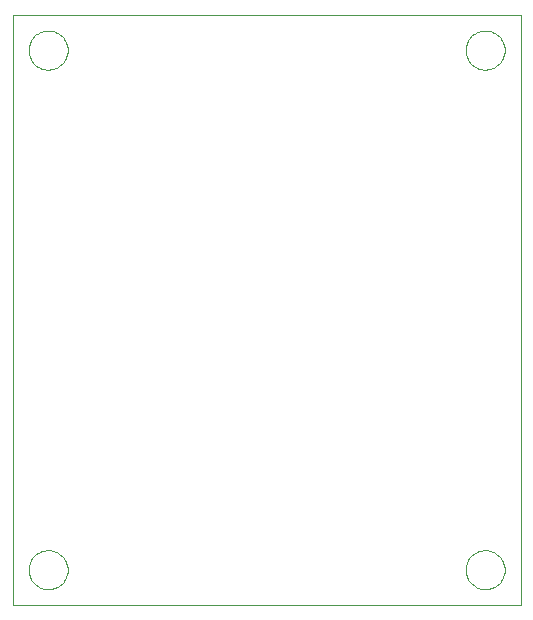
<source format=gbp>
G75*
G70*
%OFA0B0*%
%FSLAX24Y24*%
%IPPOS*%
%LPD*%
%AMOC8*
5,1,8,0,0,1.08239X$1,22.5*
%
%ADD10C,0.0000*%
D10*
X001110Y000743D02*
X001110Y020428D01*
X018039Y020428D01*
X018039Y000743D01*
X001110Y000743D01*
X001641Y001924D02*
X001643Y001974D01*
X001649Y002024D01*
X001659Y002074D01*
X001672Y002122D01*
X001689Y002170D01*
X001710Y002216D01*
X001734Y002260D01*
X001762Y002302D01*
X001793Y002342D01*
X001827Y002379D01*
X001864Y002414D01*
X001903Y002445D01*
X001944Y002474D01*
X001988Y002499D01*
X002034Y002521D01*
X002081Y002539D01*
X002129Y002553D01*
X002178Y002564D01*
X002228Y002571D01*
X002278Y002574D01*
X002329Y002573D01*
X002379Y002568D01*
X002429Y002559D01*
X002477Y002547D01*
X002525Y002530D01*
X002571Y002510D01*
X002616Y002487D01*
X002659Y002460D01*
X002699Y002430D01*
X002737Y002397D01*
X002772Y002361D01*
X002805Y002322D01*
X002834Y002281D01*
X002860Y002238D01*
X002883Y002193D01*
X002902Y002146D01*
X002917Y002098D01*
X002929Y002049D01*
X002937Y001999D01*
X002941Y001949D01*
X002941Y001899D01*
X002937Y001849D01*
X002929Y001799D01*
X002917Y001750D01*
X002902Y001702D01*
X002883Y001655D01*
X002860Y001610D01*
X002834Y001567D01*
X002805Y001526D01*
X002772Y001487D01*
X002737Y001451D01*
X002699Y001418D01*
X002659Y001388D01*
X002616Y001361D01*
X002571Y001338D01*
X002525Y001318D01*
X002477Y001301D01*
X002429Y001289D01*
X002379Y001280D01*
X002329Y001275D01*
X002278Y001274D01*
X002228Y001277D01*
X002178Y001284D01*
X002129Y001295D01*
X002081Y001309D01*
X002034Y001327D01*
X001988Y001349D01*
X001944Y001374D01*
X001903Y001403D01*
X001864Y001434D01*
X001827Y001469D01*
X001793Y001506D01*
X001762Y001546D01*
X001734Y001588D01*
X001710Y001632D01*
X001689Y001678D01*
X001672Y001726D01*
X001659Y001774D01*
X001649Y001824D01*
X001643Y001874D01*
X001641Y001924D01*
X001641Y019247D02*
X001643Y019297D01*
X001649Y019347D01*
X001659Y019397D01*
X001672Y019445D01*
X001689Y019493D01*
X001710Y019539D01*
X001734Y019583D01*
X001762Y019625D01*
X001793Y019665D01*
X001827Y019702D01*
X001864Y019737D01*
X001903Y019768D01*
X001944Y019797D01*
X001988Y019822D01*
X002034Y019844D01*
X002081Y019862D01*
X002129Y019876D01*
X002178Y019887D01*
X002228Y019894D01*
X002278Y019897D01*
X002329Y019896D01*
X002379Y019891D01*
X002429Y019882D01*
X002477Y019870D01*
X002525Y019853D01*
X002571Y019833D01*
X002616Y019810D01*
X002659Y019783D01*
X002699Y019753D01*
X002737Y019720D01*
X002772Y019684D01*
X002805Y019645D01*
X002834Y019604D01*
X002860Y019561D01*
X002883Y019516D01*
X002902Y019469D01*
X002917Y019421D01*
X002929Y019372D01*
X002937Y019322D01*
X002941Y019272D01*
X002941Y019222D01*
X002937Y019172D01*
X002929Y019122D01*
X002917Y019073D01*
X002902Y019025D01*
X002883Y018978D01*
X002860Y018933D01*
X002834Y018890D01*
X002805Y018849D01*
X002772Y018810D01*
X002737Y018774D01*
X002699Y018741D01*
X002659Y018711D01*
X002616Y018684D01*
X002571Y018661D01*
X002525Y018641D01*
X002477Y018624D01*
X002429Y018612D01*
X002379Y018603D01*
X002329Y018598D01*
X002278Y018597D01*
X002228Y018600D01*
X002178Y018607D01*
X002129Y018618D01*
X002081Y018632D01*
X002034Y018650D01*
X001988Y018672D01*
X001944Y018697D01*
X001903Y018726D01*
X001864Y018757D01*
X001827Y018792D01*
X001793Y018829D01*
X001762Y018869D01*
X001734Y018911D01*
X001710Y018955D01*
X001689Y019001D01*
X001672Y019049D01*
X001659Y019097D01*
X001649Y019147D01*
X001643Y019197D01*
X001641Y019247D01*
X016208Y019247D02*
X016210Y019297D01*
X016216Y019347D01*
X016226Y019397D01*
X016239Y019445D01*
X016256Y019493D01*
X016277Y019539D01*
X016301Y019583D01*
X016329Y019625D01*
X016360Y019665D01*
X016394Y019702D01*
X016431Y019737D01*
X016470Y019768D01*
X016511Y019797D01*
X016555Y019822D01*
X016601Y019844D01*
X016648Y019862D01*
X016696Y019876D01*
X016745Y019887D01*
X016795Y019894D01*
X016845Y019897D01*
X016896Y019896D01*
X016946Y019891D01*
X016996Y019882D01*
X017044Y019870D01*
X017092Y019853D01*
X017138Y019833D01*
X017183Y019810D01*
X017226Y019783D01*
X017266Y019753D01*
X017304Y019720D01*
X017339Y019684D01*
X017372Y019645D01*
X017401Y019604D01*
X017427Y019561D01*
X017450Y019516D01*
X017469Y019469D01*
X017484Y019421D01*
X017496Y019372D01*
X017504Y019322D01*
X017508Y019272D01*
X017508Y019222D01*
X017504Y019172D01*
X017496Y019122D01*
X017484Y019073D01*
X017469Y019025D01*
X017450Y018978D01*
X017427Y018933D01*
X017401Y018890D01*
X017372Y018849D01*
X017339Y018810D01*
X017304Y018774D01*
X017266Y018741D01*
X017226Y018711D01*
X017183Y018684D01*
X017138Y018661D01*
X017092Y018641D01*
X017044Y018624D01*
X016996Y018612D01*
X016946Y018603D01*
X016896Y018598D01*
X016845Y018597D01*
X016795Y018600D01*
X016745Y018607D01*
X016696Y018618D01*
X016648Y018632D01*
X016601Y018650D01*
X016555Y018672D01*
X016511Y018697D01*
X016470Y018726D01*
X016431Y018757D01*
X016394Y018792D01*
X016360Y018829D01*
X016329Y018869D01*
X016301Y018911D01*
X016277Y018955D01*
X016256Y019001D01*
X016239Y019049D01*
X016226Y019097D01*
X016216Y019147D01*
X016210Y019197D01*
X016208Y019247D01*
X016208Y001924D02*
X016210Y001974D01*
X016216Y002024D01*
X016226Y002074D01*
X016239Y002122D01*
X016256Y002170D01*
X016277Y002216D01*
X016301Y002260D01*
X016329Y002302D01*
X016360Y002342D01*
X016394Y002379D01*
X016431Y002414D01*
X016470Y002445D01*
X016511Y002474D01*
X016555Y002499D01*
X016601Y002521D01*
X016648Y002539D01*
X016696Y002553D01*
X016745Y002564D01*
X016795Y002571D01*
X016845Y002574D01*
X016896Y002573D01*
X016946Y002568D01*
X016996Y002559D01*
X017044Y002547D01*
X017092Y002530D01*
X017138Y002510D01*
X017183Y002487D01*
X017226Y002460D01*
X017266Y002430D01*
X017304Y002397D01*
X017339Y002361D01*
X017372Y002322D01*
X017401Y002281D01*
X017427Y002238D01*
X017450Y002193D01*
X017469Y002146D01*
X017484Y002098D01*
X017496Y002049D01*
X017504Y001999D01*
X017508Y001949D01*
X017508Y001899D01*
X017504Y001849D01*
X017496Y001799D01*
X017484Y001750D01*
X017469Y001702D01*
X017450Y001655D01*
X017427Y001610D01*
X017401Y001567D01*
X017372Y001526D01*
X017339Y001487D01*
X017304Y001451D01*
X017266Y001418D01*
X017226Y001388D01*
X017183Y001361D01*
X017138Y001338D01*
X017092Y001318D01*
X017044Y001301D01*
X016996Y001289D01*
X016946Y001280D01*
X016896Y001275D01*
X016845Y001274D01*
X016795Y001277D01*
X016745Y001284D01*
X016696Y001295D01*
X016648Y001309D01*
X016601Y001327D01*
X016555Y001349D01*
X016511Y001374D01*
X016470Y001403D01*
X016431Y001434D01*
X016394Y001469D01*
X016360Y001506D01*
X016329Y001546D01*
X016301Y001588D01*
X016277Y001632D01*
X016256Y001678D01*
X016239Y001726D01*
X016226Y001774D01*
X016216Y001824D01*
X016210Y001874D01*
X016208Y001924D01*
M02*

</source>
